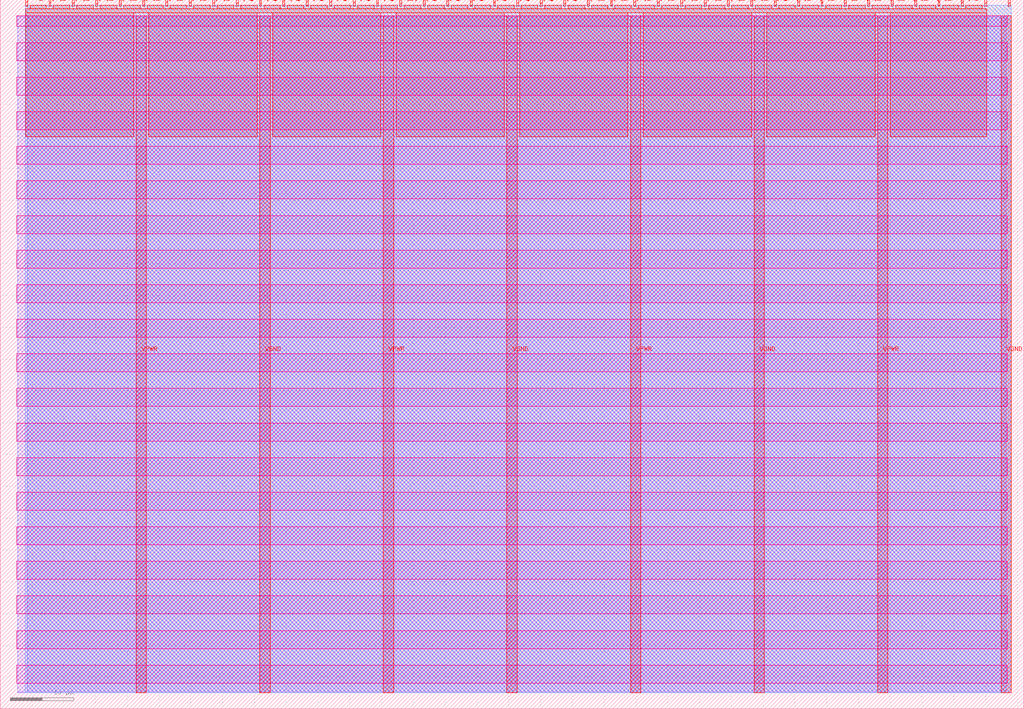
<source format=lef>
VERSION 5.7 ;
  NOWIREEXTENSIONATPIN ON ;
  DIVIDERCHAR "/" ;
  BUSBITCHARS "[]" ;
MACRO tt_um_pwm_elded
  CLASS BLOCK ;
  FOREIGN tt_um_pwm_elded ;
  ORIGIN 0.000 0.000 ;
  SIZE 161.000 BY 111.520 ;
  PIN VGND
    DIRECTION INOUT ;
    USE GROUND ;
    PORT
      LAYER met4 ;
        RECT 40.830 2.480 42.430 109.040 ;
    END
    PORT
      LAYER met4 ;
        RECT 79.700 2.480 81.300 109.040 ;
    END
    PORT
      LAYER met4 ;
        RECT 118.570 2.480 120.170 109.040 ;
    END
    PORT
      LAYER met4 ;
        RECT 157.440 2.480 159.040 109.040 ;
    END
  END VGND
  PIN VPWR
    DIRECTION INOUT ;
    USE POWER ;
    PORT
      LAYER met4 ;
        RECT 21.395 2.480 22.995 109.040 ;
    END
    PORT
      LAYER met4 ;
        RECT 60.265 2.480 61.865 109.040 ;
    END
    PORT
      LAYER met4 ;
        RECT 99.135 2.480 100.735 109.040 ;
    END
    PORT
      LAYER met4 ;
        RECT 138.005 2.480 139.605 109.040 ;
    END
  END VPWR
  PIN clk
    DIRECTION INPUT ;
    USE SIGNAL ;
    ANTENNAGATEAREA 0.852000 ;
    PORT
      LAYER met4 ;
        RECT 154.870 110.520 155.170 111.520 ;
    END
  END clk
  PIN ena
    DIRECTION INPUT ;
    USE SIGNAL ;
    PORT
      LAYER met4 ;
        RECT 158.550 110.520 158.850 111.520 ;
    END
  END ena
  PIN rst_n
    DIRECTION INPUT ;
    USE SIGNAL ;
    ANTENNAGATEAREA 0.213000 ;
    PORT
      LAYER met4 ;
        RECT 151.190 110.520 151.490 111.520 ;
    END
  END rst_n
  PIN ui_in[0]
    DIRECTION INPUT ;
    USE SIGNAL ;
    ANTENNAGATEAREA 0.213000 ;
    PORT
      LAYER met4 ;
        RECT 147.510 110.520 147.810 111.520 ;
    END
  END ui_in[0]
  PIN ui_in[1]
    DIRECTION INPUT ;
    USE SIGNAL ;
    ANTENNAGATEAREA 0.213000 ;
    PORT
      LAYER met4 ;
        RECT 143.830 110.520 144.130 111.520 ;
    END
  END ui_in[1]
  PIN ui_in[2]
    DIRECTION INPUT ;
    USE SIGNAL ;
    ANTENNAGATEAREA 0.196500 ;
    PORT
      LAYER met4 ;
        RECT 140.150 110.520 140.450 111.520 ;
    END
  END ui_in[2]
  PIN ui_in[3]
    DIRECTION INPUT ;
    USE SIGNAL ;
    ANTENNAGATEAREA 0.213000 ;
    PORT
      LAYER met4 ;
        RECT 136.470 110.520 136.770 111.520 ;
    END
  END ui_in[3]
  PIN ui_in[4]
    DIRECTION INPUT ;
    USE SIGNAL ;
    ANTENNAGATEAREA 0.196500 ;
    PORT
      LAYER met4 ;
        RECT 132.790 110.520 133.090 111.520 ;
    END
  END ui_in[4]
  PIN ui_in[5]
    DIRECTION INPUT ;
    USE SIGNAL ;
    ANTENNAGATEAREA 0.196500 ;
    PORT
      LAYER met4 ;
        RECT 129.110 110.520 129.410 111.520 ;
    END
  END ui_in[5]
  PIN ui_in[6]
    DIRECTION INPUT ;
    USE SIGNAL ;
    ANTENNAGATEAREA 0.196500 ;
    PORT
      LAYER met4 ;
        RECT 125.430 110.520 125.730 111.520 ;
    END
  END ui_in[6]
  PIN ui_in[7]
    DIRECTION INPUT ;
    USE SIGNAL ;
    ANTENNAGATEAREA 0.247500 ;
    PORT
      LAYER met4 ;
        RECT 121.750 110.520 122.050 111.520 ;
    END
  END ui_in[7]
  PIN uio_in[0]
    DIRECTION INPUT ;
    USE SIGNAL ;
    PORT
      LAYER met4 ;
        RECT 118.070 110.520 118.370 111.520 ;
    END
  END uio_in[0]
  PIN uio_in[1]
    DIRECTION INPUT ;
    USE SIGNAL ;
    PORT
      LAYER met4 ;
        RECT 114.390 110.520 114.690 111.520 ;
    END
  END uio_in[1]
  PIN uio_in[2]
    DIRECTION INPUT ;
    USE SIGNAL ;
    PORT
      LAYER met4 ;
        RECT 110.710 110.520 111.010 111.520 ;
    END
  END uio_in[2]
  PIN uio_in[3]
    DIRECTION INPUT ;
    USE SIGNAL ;
    PORT
      LAYER met4 ;
        RECT 107.030 110.520 107.330 111.520 ;
    END
  END uio_in[3]
  PIN uio_in[4]
    DIRECTION INPUT ;
    USE SIGNAL ;
    PORT
      LAYER met4 ;
        RECT 103.350 110.520 103.650 111.520 ;
    END
  END uio_in[4]
  PIN uio_in[5]
    DIRECTION INPUT ;
    USE SIGNAL ;
    PORT
      LAYER met4 ;
        RECT 99.670 110.520 99.970 111.520 ;
    END
  END uio_in[5]
  PIN uio_in[6]
    DIRECTION INPUT ;
    USE SIGNAL ;
    PORT
      LAYER met4 ;
        RECT 95.990 110.520 96.290 111.520 ;
    END
  END uio_in[6]
  PIN uio_in[7]
    DIRECTION INPUT ;
    USE SIGNAL ;
    PORT
      LAYER met4 ;
        RECT 92.310 110.520 92.610 111.520 ;
    END
  END uio_in[7]
  PIN uio_oe[0]
    DIRECTION OUTPUT TRISTATE ;
    USE SIGNAL ;
    PORT
      LAYER met4 ;
        RECT 29.750 110.520 30.050 111.520 ;
    END
  END uio_oe[0]
  PIN uio_oe[1]
    DIRECTION OUTPUT TRISTATE ;
    USE SIGNAL ;
    PORT
      LAYER met4 ;
        RECT 26.070 110.520 26.370 111.520 ;
    END
  END uio_oe[1]
  PIN uio_oe[2]
    DIRECTION OUTPUT TRISTATE ;
    USE SIGNAL ;
    PORT
      LAYER met4 ;
        RECT 22.390 110.520 22.690 111.520 ;
    END
  END uio_oe[2]
  PIN uio_oe[3]
    DIRECTION OUTPUT TRISTATE ;
    USE SIGNAL ;
    PORT
      LAYER met4 ;
        RECT 18.710 110.520 19.010 111.520 ;
    END
  END uio_oe[3]
  PIN uio_oe[4]
    DIRECTION OUTPUT TRISTATE ;
    USE SIGNAL ;
    PORT
      LAYER met4 ;
        RECT 15.030 110.520 15.330 111.520 ;
    END
  END uio_oe[4]
  PIN uio_oe[5]
    DIRECTION OUTPUT TRISTATE ;
    USE SIGNAL ;
    PORT
      LAYER met4 ;
        RECT 11.350 110.520 11.650 111.520 ;
    END
  END uio_oe[5]
  PIN uio_oe[6]
    DIRECTION OUTPUT TRISTATE ;
    USE SIGNAL ;
    PORT
      LAYER met4 ;
        RECT 7.670 110.520 7.970 111.520 ;
    END
  END uio_oe[6]
  PIN uio_oe[7]
    DIRECTION OUTPUT TRISTATE ;
    USE SIGNAL ;
    PORT
      LAYER met4 ;
        RECT 3.990 110.520 4.290 111.520 ;
    END
  END uio_oe[7]
  PIN uio_out[0]
    DIRECTION OUTPUT TRISTATE ;
    USE SIGNAL ;
    PORT
      LAYER met4 ;
        RECT 59.190 110.520 59.490 111.520 ;
    END
  END uio_out[0]
  PIN uio_out[1]
    DIRECTION OUTPUT TRISTATE ;
    USE SIGNAL ;
    PORT
      LAYER met4 ;
        RECT 55.510 110.520 55.810 111.520 ;
    END
  END uio_out[1]
  PIN uio_out[2]
    DIRECTION OUTPUT TRISTATE ;
    USE SIGNAL ;
    PORT
      LAYER met4 ;
        RECT 51.830 110.520 52.130 111.520 ;
    END
  END uio_out[2]
  PIN uio_out[3]
    DIRECTION OUTPUT TRISTATE ;
    USE SIGNAL ;
    PORT
      LAYER met4 ;
        RECT 48.150 110.520 48.450 111.520 ;
    END
  END uio_out[3]
  PIN uio_out[4]
    DIRECTION OUTPUT TRISTATE ;
    USE SIGNAL ;
    PORT
      LAYER met4 ;
        RECT 44.470 110.520 44.770 111.520 ;
    END
  END uio_out[4]
  PIN uio_out[5]
    DIRECTION OUTPUT TRISTATE ;
    USE SIGNAL ;
    PORT
      LAYER met4 ;
        RECT 40.790 110.520 41.090 111.520 ;
    END
  END uio_out[5]
  PIN uio_out[6]
    DIRECTION OUTPUT TRISTATE ;
    USE SIGNAL ;
    PORT
      LAYER met4 ;
        RECT 37.110 110.520 37.410 111.520 ;
    END
  END uio_out[6]
  PIN uio_out[7]
    DIRECTION OUTPUT TRISTATE ;
    USE SIGNAL ;
    PORT
      LAYER met4 ;
        RECT 33.430 110.520 33.730 111.520 ;
    END
  END uio_out[7]
  PIN uo_out[0]
    DIRECTION OUTPUT TRISTATE ;
    USE SIGNAL ;
    ANTENNADIFFAREA 0.445500 ;
    PORT
      LAYER met4 ;
        RECT 88.630 110.520 88.930 111.520 ;
    END
  END uo_out[0]
  PIN uo_out[1]
    DIRECTION OUTPUT TRISTATE ;
    USE SIGNAL ;
    ANTENNADIFFAREA 0.445500 ;
    PORT
      LAYER met4 ;
        RECT 84.950 110.520 85.250 111.520 ;
    END
  END uo_out[1]
  PIN uo_out[2]
    DIRECTION OUTPUT TRISTATE ;
    USE SIGNAL ;
    ANTENNADIFFAREA 0.445500 ;
    PORT
      LAYER met4 ;
        RECT 81.270 110.520 81.570 111.520 ;
    END
  END uo_out[2]
  PIN uo_out[3]
    DIRECTION OUTPUT TRISTATE ;
    USE SIGNAL ;
    PORT
      LAYER met4 ;
        RECT 77.590 110.520 77.890 111.520 ;
    END
  END uo_out[3]
  PIN uo_out[4]
    DIRECTION OUTPUT TRISTATE ;
    USE SIGNAL ;
    PORT
      LAYER met4 ;
        RECT 73.910 110.520 74.210 111.520 ;
    END
  END uo_out[4]
  PIN uo_out[5]
    DIRECTION OUTPUT TRISTATE ;
    USE SIGNAL ;
    PORT
      LAYER met4 ;
        RECT 70.230 110.520 70.530 111.520 ;
    END
  END uo_out[5]
  PIN uo_out[6]
    DIRECTION OUTPUT TRISTATE ;
    USE SIGNAL ;
    PORT
      LAYER met4 ;
        RECT 66.550 110.520 66.850 111.520 ;
    END
  END uo_out[6]
  PIN uo_out[7]
    DIRECTION OUTPUT TRISTATE ;
    USE SIGNAL ;
    PORT
      LAYER met4 ;
        RECT 62.870 110.520 63.170 111.520 ;
    END
  END uo_out[7]
  OBS
      LAYER nwell ;
        RECT 2.570 107.385 158.430 108.990 ;
        RECT 2.570 101.945 158.430 104.775 ;
        RECT 2.570 96.505 158.430 99.335 ;
        RECT 2.570 91.065 158.430 93.895 ;
        RECT 2.570 85.625 158.430 88.455 ;
        RECT 2.570 80.185 158.430 83.015 ;
        RECT 2.570 74.745 158.430 77.575 ;
        RECT 2.570 69.305 158.430 72.135 ;
        RECT 2.570 63.865 158.430 66.695 ;
        RECT 2.570 58.425 158.430 61.255 ;
        RECT 2.570 52.985 158.430 55.815 ;
        RECT 2.570 47.545 158.430 50.375 ;
        RECT 2.570 42.105 158.430 44.935 ;
        RECT 2.570 36.665 158.430 39.495 ;
        RECT 2.570 31.225 158.430 34.055 ;
        RECT 2.570 25.785 158.430 28.615 ;
        RECT 2.570 20.345 158.430 23.175 ;
        RECT 2.570 14.905 158.430 17.735 ;
        RECT 2.570 9.465 158.430 12.295 ;
        RECT 2.570 4.025 158.430 6.855 ;
      LAYER li1 ;
        RECT 2.760 2.635 158.240 108.885 ;
      LAYER met1 ;
        RECT 2.760 2.480 159.040 109.040 ;
      LAYER met2 ;
        RECT 4.230 2.535 159.010 110.685 ;
      LAYER met3 ;
        RECT 3.950 2.555 159.030 110.665 ;
      LAYER met4 ;
        RECT 4.690 110.120 7.270 110.665 ;
        RECT 8.370 110.120 10.950 110.665 ;
        RECT 12.050 110.120 14.630 110.665 ;
        RECT 15.730 110.120 18.310 110.665 ;
        RECT 19.410 110.120 21.990 110.665 ;
        RECT 23.090 110.120 25.670 110.665 ;
        RECT 26.770 110.120 29.350 110.665 ;
        RECT 30.450 110.120 33.030 110.665 ;
        RECT 34.130 110.120 36.710 110.665 ;
        RECT 37.810 110.120 40.390 110.665 ;
        RECT 41.490 110.120 44.070 110.665 ;
        RECT 45.170 110.120 47.750 110.665 ;
        RECT 48.850 110.120 51.430 110.665 ;
        RECT 52.530 110.120 55.110 110.665 ;
        RECT 56.210 110.120 58.790 110.665 ;
        RECT 59.890 110.120 62.470 110.665 ;
        RECT 63.570 110.120 66.150 110.665 ;
        RECT 67.250 110.120 69.830 110.665 ;
        RECT 70.930 110.120 73.510 110.665 ;
        RECT 74.610 110.120 77.190 110.665 ;
        RECT 78.290 110.120 80.870 110.665 ;
        RECT 81.970 110.120 84.550 110.665 ;
        RECT 85.650 110.120 88.230 110.665 ;
        RECT 89.330 110.120 91.910 110.665 ;
        RECT 93.010 110.120 95.590 110.665 ;
        RECT 96.690 110.120 99.270 110.665 ;
        RECT 100.370 110.120 102.950 110.665 ;
        RECT 104.050 110.120 106.630 110.665 ;
        RECT 107.730 110.120 110.310 110.665 ;
        RECT 111.410 110.120 113.990 110.665 ;
        RECT 115.090 110.120 117.670 110.665 ;
        RECT 118.770 110.120 121.350 110.665 ;
        RECT 122.450 110.120 125.030 110.665 ;
        RECT 126.130 110.120 128.710 110.665 ;
        RECT 129.810 110.120 132.390 110.665 ;
        RECT 133.490 110.120 136.070 110.665 ;
        RECT 137.170 110.120 139.750 110.665 ;
        RECT 140.850 110.120 143.430 110.665 ;
        RECT 144.530 110.120 147.110 110.665 ;
        RECT 148.210 110.120 150.790 110.665 ;
        RECT 151.890 110.120 154.470 110.665 ;
        RECT 3.975 109.440 155.185 110.120 ;
        RECT 3.975 89.935 20.995 109.440 ;
        RECT 23.395 89.935 40.430 109.440 ;
        RECT 42.830 89.935 59.865 109.440 ;
        RECT 62.265 89.935 79.300 109.440 ;
        RECT 81.700 89.935 98.735 109.440 ;
        RECT 101.135 89.935 118.170 109.440 ;
        RECT 120.570 89.935 137.605 109.440 ;
        RECT 140.005 89.935 155.185 109.440 ;
  END
END tt_um_pwm_elded
END LIBRARY


</source>
